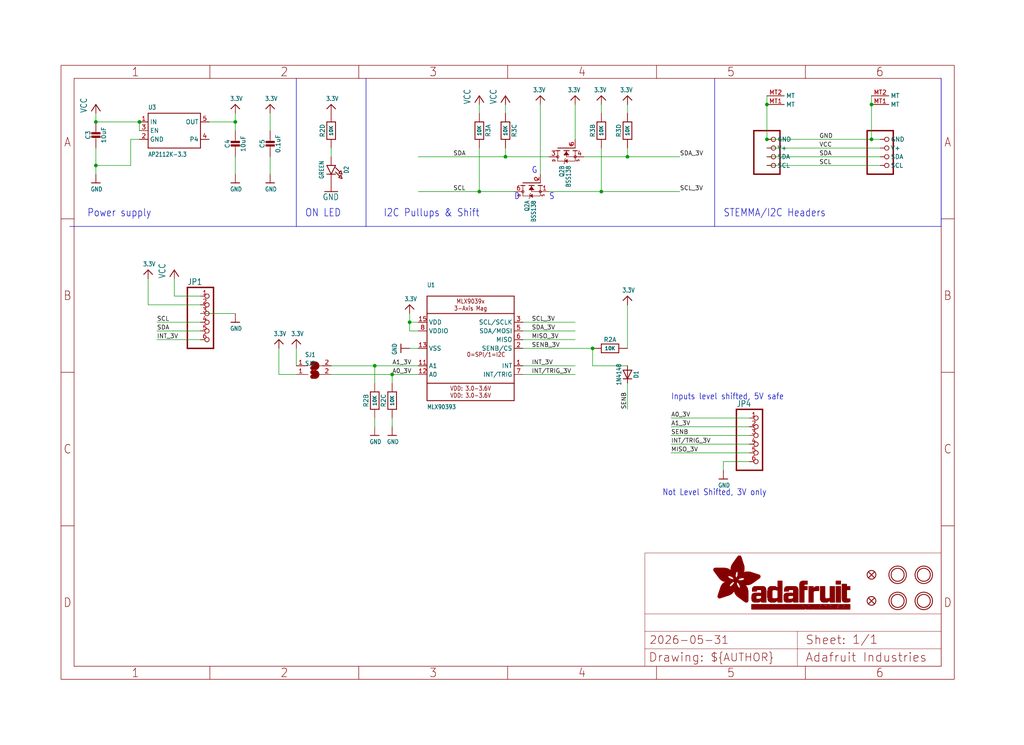
<source format=kicad_sch>
(kicad_sch (version 20230121) (generator eeschema)
  (paper "User" 298.45 217.322)
  (lib_symbols
    (symbol "working-eagle-import:3.3V" (power)
      (property "Value" "3.3V" (at -1.524 1.016 0))
      (symbol "3.3V_1_0"
        (pin power_in line (at 0 -2.54 90) (length 2.54) (name "3.3V") (number "1"))
      )
    )
    (symbol "working-eagle-import:CAP_CERAMIC0603_NO"
      (property "Reference" "C" (at -2.29 1.25 90))
      (symbol "CAP_CERAMIC0603_NO_1_0"
        (pin passive line (at 0 5.08 270) (length 2.54) (name "1") (number "1"))
        (pin passive line (at 0 -2.54 90) (length 2.54) (name "2") (number "2"))
      )
    )
    (symbol "working-eagle-import:CAP_CERAMIC0805-NOOUTLINE"
      (property "Reference" "C" (at -2.29 1.25 90))
      (symbol "CAP_CERAMIC0805-NOOUTLINE_1_0"
        (pin passive line (at 0 5.08 270) (length 2.54) (name "1") (number "1"))
        (pin passive line (at 0 -2.54 90) (length 2.54) (name "2") (number "2"))
      )
    )
    (symbol "working-eagle-import:DIODE_SOD323MINI"
      (property "Reference" "D" (at 0 2.54 0))
      (symbol "DIODE_SOD323MINI_1_0"
        (pin passive line (at -2.54 0 0) (length 2.54) (name "A") (number "A"))
        (pin passive line (at 2.54 0 180) (length 2.54) (name "C") (number "C"))
      )
    )
    (symbol "working-eagle-import:FIDUCIAL_1MM")
    (symbol "working-eagle-import:FRAME_A4_ADAFRUIT"
      (symbol "FRAME_A4_ADAFRUIT_1_0"
        (text "${#}/${##}" (at 230.505 10.16 0) (effects (font (size 2.54 2.54)) (justify left bottom)))
        (text "${AUTHOR}" (at 189.23 5.08 0) (effects (font (size 2.286 2.286)) (justify left bottom)))
        (text "${CURRENT_DATE}" (at 171.45 10.16 0) (effects (font (size 2.286 2.286)) (justify left bottom)))
        (text "${PROJECTNAME}" (at 171.45 15.24 0) (effects (font (size 2.54 2.54)) (justify left bottom)))
        (text "1" (at 21.6958 1.905 0) (effects (font (size 2.54 2.286))))
        (text "1" (at 21.6958 177.165 0) (effects (font (size 2.54 2.286))))
        (text "2" (at 65.0875 1.905 0) (effects (font (size 2.54 2.286))))
        (text "2" (at 65.0875 177.165 0) (effects (font (size 2.54 2.286))))
        (text "3" (at 108.4792 1.905 0) (effects (font (size 2.54 2.286))))
        (text "3" (at 108.4792 177.165 0) (effects (font (size 2.54 2.286))))
        (text "4" (at 151.8708 1.905 0) (effects (font (size 2.54 2.286))))
        (text "4" (at 151.8708 177.165 0) (effects (font (size 2.54 2.286))))
        (text "5" (at 195.2625 1.905 0) (effects (font (size 2.54 2.286))))
        (text "5" (at 195.2625 177.165 0) (effects (font (size 2.54 2.286))))
        (text "6" (at 238.6542 1.905 0) (effects (font (size 2.54 2.286))))
        (text "6" (at 238.6542 177.165 0) (effects (font (size 2.54 2.286))))
        (text "A" (at 1.905 156.6863 0) (effects (font (size 2.54 2.286))))
        (text "A" (at 258.445 156.6863 0) (effects (font (size 2.54 2.286))))
        (text "Adafruit Industries" (at 216.916 4.953 0) (effects (font (size 2.54 2.54)) (justify left bottom)))
        (text "B" (at 1.905 111.9188 0) (effects (font (size 2.54 2.286))))
        (text "B" (at 258.445 111.9188 0) (effects (font (size 2.54 2.286))))
        (text "C" (at 1.905 67.1513 0) (effects (font (size 2.54 2.286))))
        (text "C" (at 258.445 67.1513 0) (effects (font (size 2.54 2.286))))
        (text "D" (at 1.905 22.3838 0) (effects (font (size 2.54 2.286))))
        (text "D" (at 258.445 22.3838 0) (effects (font (size 2.54 2.286))))
        (text "Drawing:" (at 171.196 4.953 0) (effects (font (size 2.54 2.54)) (justify left bottom)))
        (text "Sheet:" (at 216.916 10.033 0) (effects (font (size 2.54 2.54)) (justify left bottom)))
      )
    )
    (symbol "working-eagle-import:GND" (power)
      (property "Value" "GND" (at -1.524 -2.54 0))
      (symbol "GND_1_0"
        (pin power_in line (at 0 2.54 270) (length 2.54) (name "GND") (number "1"))
      )
    )
    (symbol "working-eagle-import:HEADER-1X670MIL"
      (property "Reference" "JP" (at -6.35 10.795 0))
      (symbol "HEADER-1X670MIL_1_0"
        (pin passive inverted (at -2.54 7.62 0) (length 2.54) (name "1") (number "1"))
        (pin passive inverted (at -2.54 5.08 0) (length 2.54) (name "2") (number "2"))
        (pin passive inverted (at -2.54 2.54 0) (length 2.54) (name "3") (number "3"))
        (pin passive inverted (at -2.54 0 0) (length 2.54) (name "4") (number "4"))
        (pin passive inverted (at -2.54 -2.54 0) (length 2.54) (name "5") (number "5"))
        (pin passive inverted (at -2.54 -5.08 0) (length 2.54) (name "6") (number "6"))
      )
    )
    (symbol "working-eagle-import:LED0603_NOOUTLINE"
      (property "Reference" "D" (at -1.27 4.445 0))
      (symbol "LED0603_NOOUTLINE_1_0"
        (pin passive line (at -5.08 0 0) (length 2.54) (name "A") (number "A"))
        (pin passive line (at 2.54 0 180) (length 2.54) (name "C") (number "C"))
      )
    )
    (symbol "working-eagle-import:MLX90393"
      (property "Reference" "U" (at -12.7 17.78 0))
      (symbol "MLX90393_1_0"
        (text "0=SPI/1=I2C" (at 10.16 -2.54 0) (effects (font (size 1.27 1.0795)) (justify right bottom)))
        (text "MLX9039x\n3-Axis Mag" (at 0 12.7 0) (effects (font (size 1.27 1.0795))))
        (text "VDD: 3.0-3.6V\nVDD: 3.0-3.6V" (at 0 -12.7 0) (effects (font (size 1.27 1.0795))))
        (pin output line (at 15.24 -5.08 180) (length 2.54) (name "INT") (number "1"))
        (pin input line (at -15.24 -5.08 0) (length 2.54) (name "A1") (number "11"))
        (pin input line (at -15.24 -7.62 0) (length 2.54) (name "A0") (number "12"))
        (pin power_in line (at -15.24 0 0) (length 2.54) (name "VSS") (number "13"))
        (pin power_in line (at -15.24 7.62 0) (length 2.54) (name "VDD") (number "15"))
        (pin input line (at 15.24 0 180) (length 2.54) (name "SENB/CS") (number "2"))
        (pin input line (at 15.24 7.62 180) (length 2.54) (name "SCL/SCLK") (number "3"))
        (pin bidirectional line (at 15.24 5.08 180) (length 2.54) (name "SDA/MOSI") (number "5"))
        (pin output line (at 15.24 2.54 180) (length 2.54) (name "MISO") (number "6"))
        (pin bidirectional line (at 15.24 -7.62 180) (length 2.54) (name "INT/TRIG") (number "7"))
        (pin power_in line (at -15.24 5.08 0) (length 2.54) (name "VDDIO") (number "8"))
      )
    )
    (symbol "working-eagle-import:MOSFET-N_DUAL"
      (property "Reference" "Q" (at 5.08 0.635 0))
      (symbol "MOSFET-N_DUAL_1_0"
        (text "D" (at 3.175 3.175 0) (effects (font (size 0.8128 0.6908)) (justify left bottom)))
        (text "G" (at -1.27 -1.905 0) (effects (font (size 0.8128 0.6908)) (justify left bottom)))
        (text "S" (at 3.175 -3.81 0) (effects (font (size 0.8128 0.6908)) (justify left bottom)))
        (pin bidirectional line (at 2.54 -5.08 90) (length 2.54) (name "S") (number "1"))
        (pin bidirectional line (at -2.54 -2.54 0) (length 2.54) (name "G") (number "2"))
        (pin bidirectional line (at 2.54 5.08 270) (length 2.54) (name "D") (number "6"))
      )
      (symbol "MOSFET-N_DUAL_2_0"
        (text "D" (at 3.175 3.175 0) (effects (font (size 0.8128 0.6908)) (justify left bottom)))
        (text "G" (at -1.27 -1.905 0) (effects (font (size 0.8128 0.6908)) (justify left bottom)))
        (text "S" (at 3.175 -3.81 0) (effects (font (size 0.8128 0.6908)) (justify left bottom)))
        (pin bidirectional line (at 2.54 5.08 270) (length 2.54) (name "D") (number "3"))
        (pin bidirectional line (at 2.54 -5.08 90) (length 2.54) (name "S") (number "4"))
        (pin bidirectional line (at -2.54 -2.54 0) (length 2.54) (name "G") (number "5"))
      )
    )
    (symbol "working-eagle-import:MOUNTINGHOLE2.5")
    (symbol "working-eagle-import:RESISTOR_4PACK"
      (property "Reference" "R" (at 0 2.54 0))
      (symbol "RESISTOR_4PACK_1_0"
        (pin passive line (at -5.08 0 0) (length 2.54) (name "1") (number "1"))
        (pin passive line (at 5.08 0 180) (length 2.54) (name "2") (number "8"))
      )
      (symbol "RESISTOR_4PACK_2_0"
        (pin passive line (at -5.08 0 0) (length 2.54) (name "1") (number "2"))
        (pin passive line (at 5.08 0 180) (length 2.54) (name "2") (number "7"))
      )
      (symbol "RESISTOR_4PACK_3_0"
        (pin passive line (at -5.08 0 0) (length 2.54) (name "1") (number "3"))
        (pin passive line (at 5.08 0 180) (length 2.54) (name "2") (number "6"))
      )
      (symbol "RESISTOR_4PACK_4_0"
        (pin passive line (at -5.08 0 0) (length 2.54) (name "1") (number "4"))
        (pin passive line (at 5.08 0 180) (length 2.54) (name "2") (number "5"))
      )
    )
    (symbol "working-eagle-import:RESISTOR_4PACK_NO"
      (property "Reference" "R" (at 0 2.54 0))
      (symbol "RESISTOR_4PACK_NO_1_0"
        (pin passive line (at -5.08 0 0) (length 2.54) (name "1") (number "1"))
        (pin passive line (at 5.08 0 180) (length 2.54) (name "2") (number "8"))
      )
      (symbol "RESISTOR_4PACK_NO_2_0"
        (pin passive line (at -5.08 0 0) (length 2.54) (name "1") (number "2"))
        (pin passive line (at 5.08 0 180) (length 2.54) (name "2") (number "7"))
      )
      (symbol "RESISTOR_4PACK_NO_3_0"
        (pin passive line (at -5.08 0 0) (length 2.54) (name "1") (number "3"))
        (pin passive line (at 5.08 0 180) (length 2.54) (name "2") (number "6"))
      )
      (symbol "RESISTOR_4PACK_NO_4_0"
        (pin passive line (at -5.08 0 0) (length 2.54) (name "1") (number "4"))
        (pin passive line (at 5.08 0 180) (length 2.54) (name "2") (number "5"))
      )
    )
    (symbol "working-eagle-import:SOLDERJUMPER"
      (property "Reference" "SJ" (at -2.54 2.54 0))
      (symbol "SOLDERJUMPER_1_0"
        (pin passive line (at -5.08 0 0) (length 2.54) (name "1") (number "1"))
        (pin passive line (at 5.08 0 180) (length 2.54) (name "2") (number "2"))
      )
    )
    (symbol "working-eagle-import:STEMMA_I2C_QT"
      (symbol "STEMMA_I2C_QT_1_0"
        (pin passive inverted (at 0 5.08 0) (length 2.54) (name "GND") (number "1"))
        (pin passive inverted (at 0 2.54 0) (length 2.54) (name "V+") (number "2"))
        (pin passive inverted (at 0 0 0) (length 2.54) (name "SDA") (number "3"))
        (pin passive inverted (at 0 -2.54 0) (length 2.54) (name "SCL") (number "4"))
      )
      (symbol "STEMMA_I2C_QT_2_0"
        (pin bidirectional line (at 0 0 0) (length 5.08) (name "MT") (number "MT1"))
      )
      (symbol "STEMMA_I2C_QT_3_0"
        (pin bidirectional line (at 0 0 0) (length 5.08) (name "MT") (number "MT2"))
      )
    )
    (symbol "working-eagle-import:VCC" (power)
      (property "Value" "VCC" (at -2.54 -2.54 90))
      (symbol "VCC_1_0"
        (pin power_in line (at 0 -2.54 90) (length 2.54) (name "VCC") (number "1"))
      )
    )
    (symbol "working-eagle-import:VREG_SOT23-5"
      (property "Reference" "U" (at -7.62 6.096 0))
      (symbol "VREG_SOT23-5_1_0"
        (pin power_in line (at -10.16 2.54 0) (length 2.54) (name "IN") (number "1"))
        (pin power_in line (at -10.16 -2.54 0) (length 2.54) (name "GND") (number "2"))
        (pin input line (at -10.16 0 0) (length 2.54) (name "EN") (number "3"))
        (pin bidirectional line (at 10.16 -2.54 180) (length 2.54) (name "P4") (number "4"))
        (pin power_in line (at 10.16 2.54 180) (length 2.54) (name "OUT") (number "5"))
      )
    )
    (symbol "working-eagle-import:supply1_GND" (power)
      (property "Value" "supply1_GND" (at -2.54 -2.54 0))
      (symbol "supply1_GND_1_0"
        (pin power_in line (at 0 2.54 270) (length 2.54) (name "GND") (number "1"))
      )
    )
  )
  (junction (at 27.94 35.56))
  (junction (at 27.94 48.26))
  (junction (at 68.58 35.56))
  (junction (at 254 30.48))
  (junction (at 40.64 35.56))
  (junction (at 119.38 93.98))
  (junction (at 114.3 109.22))
  (junction (at 223.52 30.48))
  (junction (at 139.7 55.88))
  (junction (at 254 40.64))
  (junction (at 172.72 101.6))
  (junction (at 147.32 45.72))
  (junction (at 175.26 55.88))
  (junction (at 109.22 106.68))
  (junction (at 223.52 40.64))
  (junction (at 182.88 45.72))
  (polyline (pts (xy 20.32 66.04) (xy 86.36 66.04)) (stroke (width 0.1524) (type solid)))
  (wire (pts (xy 195.58 132.08) (xy 218.44 132.08)) (stroke (width 0.1524)))
  (wire (pts (xy 139.7 43.18) (xy 139.7 55.88)) (stroke (width 0.1524)))
  (wire (pts (xy 121.92 109.22) (xy 114.3 109.22)) (stroke (width 0.1524)))
  (polyline (pts (xy 208.28 66.04) (xy 274.32 66.04)) (stroke (width 0.1524) (type solid)))
  (wire (pts (xy 172.72 106.68) (xy 182.88 106.68)) (stroke (width 0.1524)))
  (wire (pts (xy 152.4 106.68) (xy 167.64 106.68)) (stroke (width 0.1524)))
  (polyline (pts (xy 86.36 66.04) (xy 106.68 66.04)) (stroke (width 0.1524) (type solid)))
  (wire (pts (xy 223.52 43.18) (xy 256.54 43.18)) (stroke (width 0.1524)))
  (wire (pts (xy 114.3 121.92) (xy 114.3 124.46)) (stroke (width 0.1524)))
  (wire (pts (xy 86.36 109.22) (xy 81.28 109.22)) (stroke (width 0.1524)))
  (wire (pts (xy 254 40.64) (xy 223.52 40.64)) (stroke (width 0.1524)))
  (wire (pts (xy 121.92 106.68) (xy 109.22 106.68)) (stroke (width 0.1524)))
  (wire (pts (xy 114.3 109.22) (xy 96.52 109.22)) (stroke (width 0.1524)))
  (wire (pts (xy 58.42 99.06) (xy 45.72 99.06)) (stroke (width 0.1524)))
  (wire (pts (xy 160.02 55.88) (xy 175.26 55.88)) (stroke (width 0.1524)))
  (polyline (pts (xy 106.68 22.86) (xy 106.68 66.04)) (stroke (width 0.1524) (type solid)))
  (wire (pts (xy 78.74 33.02) (xy 78.74 38.1)) (stroke (width 0.1524)))
  (wire (pts (xy 58.42 93.98) (xy 45.72 93.98)) (stroke (width 0.1524)))
  (wire (pts (xy 182.88 101.6) (xy 182.88 88.9)) (stroke (width 0.1524)))
  (wire (pts (xy 152.4 101.6) (xy 172.72 101.6)) (stroke (width 0.1524)))
  (wire (pts (xy 147.32 45.72) (xy 121.92 45.72)) (stroke (width 0.1524)))
  (wire (pts (xy 109.22 121.92) (xy 109.22 124.46)) (stroke (width 0.1524)))
  (wire (pts (xy 152.4 96.52) (xy 167.64 96.52)) (stroke (width 0.1524)))
  (wire (pts (xy 170.18 45.72) (xy 182.88 45.72)) (stroke (width 0.1524)))
  (wire (pts (xy 40.64 40.64) (xy 38.1 40.64)) (stroke (width 0.1524)))
  (wire (pts (xy 223.52 27.94) (xy 223.52 30.48)) (stroke (width 0.1524)))
  (wire (pts (xy 254 30.48) (xy 254 40.64)) (stroke (width 0.1524)))
  (wire (pts (xy 182.88 45.72) (xy 198.12 45.72)) (stroke (width 0.1524)))
  (wire (pts (xy 50.8 86.36) (xy 50.8 81.28)) (stroke (width 0.1524)))
  (wire (pts (xy 175.26 33.02) (xy 175.26 30.48)) (stroke (width 0.1524)))
  (wire (pts (xy 40.64 38.1) (xy 40.64 35.56)) (stroke (width 0.1524)))
  (wire (pts (xy 182.88 33.02) (xy 182.88 30.48)) (stroke (width 0.1524)))
  (wire (pts (xy 38.1 48.26) (xy 27.94 48.26)) (stroke (width 0.1524)))
  (wire (pts (xy 139.7 30.48) (xy 139.7 33.02)) (stroke (width 0.1524)))
  (wire (pts (xy 152.4 93.98) (xy 167.64 93.98)) (stroke (width 0.1524)))
  (wire (pts (xy 218.44 121.92) (xy 195.58 121.92)) (stroke (width 0.1524)))
  (polyline (pts (xy 86.36 22.86) (xy 86.36 66.04)) (stroke (width 0.1524) (type solid)))
  (wire (pts (xy 152.4 109.22) (xy 167.64 109.22)) (stroke (width 0.1524)))
  (wire (pts (xy 27.94 48.26) (xy 27.94 43.18)) (stroke (width 0.1524)))
  (wire (pts (xy 121.92 93.98) (xy 119.38 93.98)) (stroke (width 0.1524)))
  (wire (pts (xy 175.26 55.88) (xy 198.12 55.88)) (stroke (width 0.1524)))
  (polyline (pts (xy 208.28 22.86) (xy 208.28 66.04)) (stroke (width 0.1524) (type solid)))
  (wire (pts (xy 210.82 134.62) (xy 210.82 137.16)) (stroke (width 0.1524)))
  (wire (pts (xy 60.96 35.56) (xy 68.58 35.56)) (stroke (width 0.1524)))
  (wire (pts (xy 81.28 109.22) (xy 81.28 101.6)) (stroke (width 0.1524)))
  (wire (pts (xy 58.42 86.36) (xy 50.8 86.36)) (stroke (width 0.1524)))
  (wire (pts (xy 27.94 33.02) (xy 27.94 35.56)) (stroke (width 0.1524)))
  (wire (pts (xy 256.54 45.72) (xy 223.52 45.72)) (stroke (width 0.1524)))
  (wire (pts (xy 40.64 35.56) (xy 27.94 35.56)) (stroke (width 0.1524)))
  (wire (pts (xy 58.42 96.52) (xy 45.72 96.52)) (stroke (width 0.1524)))
  (wire (pts (xy 157.48 50.8) (xy 157.48 30.48)) (stroke (width 0.1524)))
  (wire (pts (xy 78.74 45.72) (xy 78.74 50.8)) (stroke (width 0.1524)))
  (wire (pts (xy 149.86 55.88) (xy 139.7 55.88)) (stroke (width 0.1524)))
  (wire (pts (xy 121.92 101.6) (xy 119.38 101.6)) (stroke (width 0.1524)))
  (wire (pts (xy 139.7 55.88) (xy 121.92 55.88)) (stroke (width 0.1524)))
  (wire (pts (xy 27.94 48.26) (xy 27.94 50.8)) (stroke (width 0.1524)))
  (wire (pts (xy 195.58 127) (xy 218.44 127)) (stroke (width 0.1524)))
  (wire (pts (xy 147.32 33.02) (xy 147.32 30.48)) (stroke (width 0.1524)))
  (wire (pts (xy 68.58 45.72) (xy 68.58 50.8)) (stroke (width 0.1524)))
  (wire (pts (xy 160.02 45.72) (xy 147.32 45.72)) (stroke (width 0.1524)))
  (wire (pts (xy 167.64 40.64) (xy 167.64 30.48)) (stroke (width 0.1524)))
  (wire (pts (xy 147.32 43.18) (xy 147.32 45.72)) (stroke (width 0.1524)))
  (wire (pts (xy 152.4 99.06) (xy 167.64 99.06)) (stroke (width 0.1524)))
  (wire (pts (xy 223.52 30.48) (xy 223.52 40.64)) (stroke (width 0.1524)))
  (wire (pts (xy 195.58 129.54) (xy 218.44 129.54)) (stroke (width 0.1524)))
  (wire (pts (xy 182.88 43.18) (xy 182.88 45.72)) (stroke (width 0.1524)))
  (wire (pts (xy 109.22 106.68) (xy 109.22 111.76)) (stroke (width 0.1524)))
  (wire (pts (xy 175.26 43.18) (xy 175.26 55.88)) (stroke (width 0.1524)))
  (wire (pts (xy 68.58 35.56) (xy 68.58 33.02)) (stroke (width 0.1524)))
  (wire (pts (xy 119.38 93.98) (xy 119.38 91.44)) (stroke (width 0.1524)))
  (wire (pts (xy 43.18 88.9) (xy 43.18 81.28)) (stroke (width 0.1524)))
  (wire (pts (xy 223.52 48.26) (xy 256.54 48.26)) (stroke (width 0.1524)))
  (wire (pts (xy 254 27.94) (xy 254 30.48)) (stroke (width 0.1524)))
  (wire (pts (xy 68.58 35.56) (xy 68.58 38.1)) (stroke (width 0.1524)))
  (polyline (pts (xy 106.68 66.04) (xy 208.28 66.04)) (stroke (width 0.1524) (type solid)))
  (wire (pts (xy 182.88 111.76) (xy 182.88 119.38)) (stroke (width 0.1524)))
  (wire (pts (xy 58.42 88.9) (xy 43.18 88.9)) (stroke (width 0.1524)))
  (wire (pts (xy 96.52 45.72) (xy 96.52 43.18)) (stroke (width 0.1524)))
  (wire (pts (xy 109.22 106.68) (xy 96.52 106.68)) (stroke (width 0.1524)))
  (wire (pts (xy 58.42 91.44) (xy 68.58 91.44)) (stroke (width 0.1524)))
  (wire (pts (xy 195.58 124.46) (xy 218.44 124.46)) (stroke (width 0.1524)))
  (wire (pts (xy 172.72 101.6) (xy 172.72 106.68)) (stroke (width 0.1524)))
  (wire (pts (xy 121.92 96.52) (xy 119.38 96.52)) (stroke (width 0.1524)))
  (polyline (pts (xy 274.32 22.86) (xy 274.32 66.04)) (stroke (width 0.1524) (type solid)))
  (wire (pts (xy 38.1 40.64) (xy 38.1 48.26)) (stroke (width 0.1524)))
  (wire (pts (xy 86.36 101.6) (xy 86.36 106.68)) (stroke (width 0.1524)))
  (wire (pts (xy 218.44 134.62) (xy 210.82 134.62)) (stroke (width 0.1524)))
  (wire (pts (xy 114.3 109.22) (xy 114.3 111.76)) (stroke (width 0.1524)))
  (wire (pts (xy 119.38 96.52) (xy 119.38 93.98)) (stroke (width 0.1524)))
  (wire (pts (xy 256.54 40.64) (xy 254 40.64)) (stroke (width 0.1524)))
  (text "Inputs level shifted, 5V safe~{}" (at 195.58 116.84 0) (effects (font (size 1.778 1.5113)) (justify left bottom)))
  (text "STEMMA/I2C Headers" (at 210.82 63.5 0) (effects (font (size 2.1844 1.8567)) (justify left bottom)))
  (text "D" (at 149.86 58.42 0) (effects (font (size 1.778 1.5113)) (justify left bottom)))
  (text "G" (at 154.94 50.8 0) (effects (font (size 1.778 1.5113)) (justify left bottom)))
  (text "Power supply" (at 25.4 63.5 0) (effects (font (size 2.1844 1.8567)) (justify left bottom)))
  (text "I2C Pullups & Shift" (at 111.76 63.5 0) (effects (font (size 2.1844 1.8567)) (justify left bottom)))
  (text "S" (at 160.02 58.42 0) (effects (font (size 1.778 1.5113)) (justify left bottom)))
  (text "Not Level Shifted, 3V only~{}" (at 193.04 144.78 0) (effects (font (size 1.778 1.5113)) (justify left bottom)))
  (text "ON LED" (at 88.9 63.5 0) (effects (font (size 2.1844 1.8567)) (justify left bottom)))
  (label "SCL" (at 45.72 93.98 0) (effects (font (size 1.2446 1.2446))))
  (label "SCL_3V" (at 198.12 55.88 0) (effects (font (size 1.2446 1.2446))))
  (label "SDA_3V" (at 198.12 45.72 0) (effects (font (size 1.2446 1.2446))))
  (label "SDA" (at 238.76 45.72 0) (effects (font (size 1.2446 1.2446))))
  (label "INT_3V" (at 154.94 106.68 0) (effects (font (size 1.2446 1.2446))))
  (label "SDA_3V" (at 154.94 96.52 0) (effects (font (size 1.2446 1.2446))))
  (label "INT/TRIG_3V" (at 154.94 109.22 0) (effects (font (size 1.2446 1.2446))))
  (label "MISO_3V" (at 195.58 132.08 0) (effects (font (size 1.2446 1.2446))))
  (label "VCC" (at 238.76 43.18 0) (effects (font (size 1.2446 1.2446))))
  (label "SCL" (at 238.76 48.26 0) (effects (font (size 1.2446 1.2446))))
  (label "SCL_3V" (at 154.94 93.98 0) (effects (font (size 1.2446 1.2446))))
  (label "GND" (at 238.76 40.64 0) (effects (font (size 1.2446 1.2446))))
  (label "A1_3V" (at 114.3 106.68 0) (effects (font (size 1.2446 1.2446))))
  (label "A0_3V" (at 195.58 121.92 0) (effects (font (size 1.2446 1.2446))))
  (label "SENB_3V" (at 154.94 101.6 0) (effects (font (size 1.2446 1.2446))))
  (label "SENB" (at 195.58 127 0) (effects (font (size 1.2446 1.2446))))
  (label "INT_3V" (at 45.72 99.06 0) (effects (font (size 1.2446 1.2446))))
  (label "MISO_3V" (at 154.94 99.06 0) (effects (font (size 1.2446 1.2446))))
  (label "SENB" (at 182.88 119.38 90) (effects (font (size 1.2446 1.2446))))
  (label "A0_3V" (at 114.3 109.22 0) (effects (font (size 1.2446 1.2446))))
  (label "INT/TRIG_3V" (at 195.58 129.54 0) (effects (font (size 1.2446 1.2446))))
  (label "A1_3V" (at 195.58 124.46 0) (effects (font (size 1.2446 1.2446))))
  (label "SDA" (at 132.08 45.72 0) (effects (font (size 1.2446 1.2446))))
  (label "SDA" (at 45.72 96.52 0) (effects (font (size 1.2446 1.2446))))
  (label "SCL" (at 132.08 55.88 0) (effects (font (size 1.2446 1.2446))))
  (symbol (lib_id "working-eagle-import:STEMMA_I2C_QT") (at 254 27.94 0) (unit 3)
    (property "Reference" "CONN4" (effects hide))
    (property "Value" "STEMMA_I2C_QT" (effects hide))
    (property "Footprint" "working:JST_SH4" (effects hide))
  )
  (symbol (lib_id "working-eagle-import:MOUNTINGHOLE2.5") (at 269.24 175.26 0) (unit 1)
    (property "Reference" "U$37" (effects hide))
    (property "Value" "MOUNTINGHOLE2.5" (effects hide))
    (property "Footprint" "working:MOUNTINGHOLE_2.5_PLATED" (effects hide))
  )
  (symbol (lib_id "working-eagle-import:3.3V") (at 175.26 27.94 0) (mirror y) (unit 1)
    (property "Reference" "#U$29" (effects hide))
    (property "Value" "3.3V" (at 176.784 26.924 0) (effects (font (size 1.27 1.0795)) (justify left bottom)))
  )
  (symbol (lib_id "working-eagle-import:MOSFET-N_DUAL") (at 154.94 53.34 90) (mirror x) (unit 1)
    (property "Reference" "Q2" (at 154.305 58.42 0) (effects (font (size 1.27 1.0795)) (justify left bottom)))
    (property "Value" "BSS138" (at 156.21 58.42 0) (effects (font (size 1.27 1.0795)) (justify left bottom)))
    (property "Footprint" "working:SOT363" (effects hide))
  )
  (symbol (lib_id "working-eagle-import:3.3V") (at 167.64 27.94 0) (mirror y) (unit 1)
    (property "Reference" "#U$31" (effects hide))
    (property "Value" "3.3V" (at 169.164 26.924 0) (effects (font (size 1.27 1.0795)) (justify left bottom)))
  )
  (symbol (lib_id "working-eagle-import:RESISTOR_4PACK_NO") (at 177.8 101.6 0) (unit 1)
    (property "Reference" "R2" (at 177.8 99.06 0))
    (property "Value" "10K" (at 177.8 101.6 0) (effects (font (size 1.016 1.016) bold)))
    (property "Footprint" "working:RESPACK_4X0603_NO" (effects hide))
  )
  (symbol (lib_id "working-eagle-import:3.3V") (at 81.28 99.06 0) (unit 1)
    (property "Reference" "#U$7" (effects hide))
    (property "Value" "3.3V" (at 79.756 98.044 0) (effects (font (size 1.27 1.0795)) (justify left bottom)))
  )
  (symbol (lib_id "working-eagle-import:VCC") (at 139.7 27.94 0) (unit 1)
    (property "Reference" "#P+1" (effects hide))
    (property "Value" "VCC" (at 137.16 30.48 90) (effects (font (size 1.778 1.5113)) (justify left bottom)))
  )
  (symbol (lib_id "working-eagle-import:GND") (at 68.58 93.98 0) (unit 1)
    (property "Reference" "#U$25" (effects hide))
    (property "Value" "GND" (at 67.056 96.52 0) (effects (font (size 1.27 1.0795)) (justify left bottom)))
  )
  (symbol (lib_id "working-eagle-import:SOLDERJUMPER") (at 91.44 106.68 0) (unit 1)
    (property "Reference" "SJ1" (at 88.9 104.14 0) (effects (font (size 1.27 1.0795)) (justify left bottom)))
    (property "Value" "SOLDERJUMPER" (effects hide))
    (property "Footprint" "working:SOLDERJUMPER_ARROW_NOPASTE" (effects hide))
  )
  (symbol (lib_id "working-eagle-import:GND") (at 27.94 53.34 0) (unit 1)
    (property "Reference" "#U$20" (effects hide))
    (property "Value" "GND" (at 26.416 55.88 0) (effects (font (size 1.27 1.0795)) (justify left bottom)))
  )
  (symbol (lib_id "working-eagle-import:3.3V") (at 86.36 99.06 0) (unit 1)
    (property "Reference" "#U$3" (effects hide))
    (property "Value" "3.3V" (at 84.836 98.044 0) (effects (font (size 1.27 1.0795)) (justify left bottom)))
  )
  (symbol (lib_id "working-eagle-import:CAP_CERAMIC0805-NOOUTLINE") (at 68.58 43.18 0) (unit 1)
    (property "Reference" "C4" (at 66.29 41.93 90))
    (property "Value" "10uF" (at 70.88 41.93 90))
    (property "Footprint" "working:0805-NO" (effects hide))
  )
  (symbol (lib_id "working-eagle-import:MOUNTINGHOLE2.5") (at 269.24 167.64 0) (unit 1)
    (property "Reference" "U$36" (effects hide))
    (property "Value" "MOUNTINGHOLE2.5" (effects hide))
    (property "Footprint" "working:MOUNTINGHOLE_2.5_PLATED" (effects hide))
  )
  (symbol (lib_id "working-eagle-import:GND") (at 68.58 53.34 0) (unit 1)
    (property "Reference" "#U$22" (effects hide))
    (property "Value" "GND" (at 67.056 55.88 0) (effects (font (size 1.27 1.0795)) (justify left bottom)))
  )
  (symbol (lib_id "working-eagle-import:3.3V") (at 182.88 86.36 0) (unit 1)
    (property "Reference" "#U$4" (effects hide))
    (property "Value" "3.3V" (at 181.356 85.344 0) (effects (font (size 1.27 1.0795)) (justify left bottom)))
  )
  (symbol (lib_id "working-eagle-import:STEMMA_I2C_QT") (at 256.54 45.72 0) (unit 1)
    (property "Reference" "CONN4" (effects hide))
    (property "Value" "STEMMA_I2C_QT" (effects hide))
    (property "Footprint" "working:JST_SH4" (effects hide))
  )
  (symbol (lib_id "working-eagle-import:STEMMA_I2C_QT") (at 223.52 30.48 0) (unit 2)
    (property "Reference" "CONN3" (effects hide))
    (property "Value" "STEMMA_I2C_QT" (effects hide))
    (property "Footprint" "working:JST_SH4" (effects hide))
  )
  (symbol (lib_id "working-eagle-import:3.3V") (at 96.52 30.48 0) (unit 1)
    (property "Reference" "#U$38" (effects hide))
    (property "Value" "3.3V" (at 94.996 29.464 0) (effects (font (size 1.27 1.0795)) (justify left bottom)))
  )
  (symbol (lib_id "working-eagle-import:STEMMA_I2C_QT") (at 254 30.48 0) (unit 2)
    (property "Reference" "CONN4" (effects hide))
    (property "Value" "STEMMA_I2C_QT" (effects hide))
    (property "Footprint" "working:JST_SH4" (effects hide))
  )
  (symbol (lib_id "working-eagle-import:VCC") (at 50.8 78.74 0) (unit 1)
    (property "Reference" "#P+4" (effects hide))
    (property "Value" "VCC" (at 48.26 81.28 90) (effects (font (size 1.778 1.5113)) (justify left bottom)))
  )
  (symbol (lib_id "working-eagle-import:VCC") (at 147.32 27.94 0) (unit 1)
    (property "Reference" "#P+2" (effects hide))
    (property "Value" "VCC" (at 144.78 30.48 90) (effects (font (size 1.778 1.5113)) (justify left bottom)))
  )
  (symbol (lib_id "working-eagle-import:DIODE_SOD323MINI") (at 182.88 109.22 270) (unit 1)
    (property "Reference" "D1" (at 185.42 109.22 0) (effects (font (size 1.27 1.0795))))
    (property "Value" "1N4148" (at 180.38 109.22 0) (effects (font (size 1.27 1.0795))))
    (property "Footprint" "working:SOD-323_MINI" (effects hide))
  )
  (symbol (lib_id "working-eagle-import:RESISTOR_4PACK") (at 182.88 38.1 90) (mirror x) (unit 4)
    (property "Reference" "R3" (at 180.34 38.1 0))
    (property "Value" "10K" (at 182.88 38.1 0) (effects (font (size 1.016 1.016) bold)))
    (property "Footprint" "working:RESPACK_4X0603" (effects hide))
  )
  (symbol (lib_id "working-eagle-import:CAP_CERAMIC0805-NOOUTLINE") (at 27.94 40.64 0) (unit 1)
    (property "Reference" "C3" (at 25.65 39.39 90))
    (property "Value" "10uF" (at 30.24 39.39 90))
    (property "Footprint" "working:0805-NO" (effects hide))
  )
  (symbol (lib_id "working-eagle-import:VREG_SOT23-5") (at 50.8 38.1 0) (unit 1)
    (property "Reference" "U3" (at 43.18 32.004 0) (effects (font (size 1.27 1.0795)) (justify left bottom)))
    (property "Value" "AP2112K-3.3" (at 43.18 45.72 0) (effects (font (size 1.27 1.0795)) (justify left bottom)))
    (property "Footprint" "working:SOT23-5" (effects hide))
  )
  (symbol (lib_id "working-eagle-import:STEMMA_I2C_QT") (at 223.52 45.72 0) (unit 1)
    (property "Reference" "CONN3" (effects hide))
    (property "Value" "STEMMA_I2C_QT" (effects hide))
    (property "Footprint" "working:JST_SH4" (effects hide))
  )
  (symbol (lib_id "working-eagle-import:FIDUCIAL_1MM") (at 254 167.64 0) (unit 1)
    (property "Reference" "FID4" (effects hide))
    (property "Value" "FIDUCIAL_1MM" (effects hide))
    (property "Footprint" "working:FIDUCIAL_1MM" (effects hide))
  )
  (symbol (lib_id "working-eagle-import:RESISTOR_4PACK_NO") (at 114.3 116.84 90) (unit 3)
    (property "Reference" "R2" (at 111.76 116.84 0))
    (property "Value" "10K" (at 114.3 116.84 0) (effects (font (size 1.016 1.016) bold)))
    (property "Footprint" "working:RESPACK_4X0603_NO" (effects hide))
  )
  (symbol (lib_id "working-eagle-import:RESISTOR_4PACK") (at 139.7 38.1 270) (unit 1)
    (property "Reference" "R3" (at 142.24 38.1 0))
    (property "Value" "10K" (at 139.7 38.1 0) (effects (font (size 1.016 1.016) bold)))
    (property "Footprint" "working:RESPACK_4X0603" (effects hide))
  )
  (symbol (lib_id "working-eagle-import:MOSFET-N_DUAL") (at 165.1 43.18 90) (mirror x) (unit 2)
    (property "Reference" "Q2" (at 164.465 48.26 0) (effects (font (size 1.27 1.0795)) (justify left bottom)))
    (property "Value" "BSS138" (at 166.37 48.26 0) (effects (font (size 1.27 1.0795)) (justify left bottom)))
    (property "Footprint" "working:SOT363" (effects hide))
  )
  (symbol (lib_id "working-eagle-import:3.3V") (at 43.18 78.74 0) (unit 1)
    (property "Reference" "#U$32" (effects hide))
    (property "Value" "3.3V" (at 41.656 77.724 0) (effects (font (size 1.27 1.0795)) (justify left bottom)))
  )
  (symbol (lib_id "working-eagle-import:RESISTOR_4PACK_NO") (at 96.52 38.1 90) (unit 4)
    (property "Reference" "R2" (at 93.98 38.1 0))
    (property "Value" "10K" (at 96.52 38.1 0) (effects (font (size 1.016 1.016) bold)))
    (property "Footprint" "working:RESPACK_4X0603_NO" (effects hide))
  )
  (symbol (lib_id "working-eagle-import:3.3V") (at 78.74 30.48 0) (unit 1)
    (property "Reference" "#U$26" (effects hide))
    (property "Value" "3.3V" (at 77.216 29.464 0) (effects (font (size 1.27 1.0795)) (justify left bottom)))
  )
  (symbol (lib_id "working-eagle-import:3.3V") (at 182.88 27.94 0) (mirror y) (unit 1)
    (property "Reference" "#U$28" (effects hide))
    (property "Value" "3.3V" (at 184.404 26.924 0) (effects (font (size 1.27 1.0795)) (justify left bottom)))
  )
  (symbol (lib_id "working-eagle-import:RESISTOR_4PACK_NO") (at 109.22 116.84 90) (unit 2)
    (property "Reference" "R2" (at 106.68 116.84 0))
    (property "Value" "10K" (at 109.22 116.84 0) (effects (font (size 1.016 1.016) bold)))
    (property "Footprint" "working:RESPACK_4X0603_NO" (effects hide))
  )
  (symbol (lib_id "working-eagle-import:3.3V") (at 157.48 27.94 0) (mirror y) (unit 1)
    (property "Reference" "#U$30" (effects hide))
    (property "Value" "3.3V" (at 159.004 26.924 0) (effects (font (size 1.27 1.0795)) (justify left bottom)))
  )
  (symbol (lib_id "working-eagle-import:RESISTOR_4PACK") (at 147.32 38.1 270) (unit 3)
    (property "Reference" "R3" (at 149.86 38.1 0))
    (property "Value" "10K" (at 147.32 38.1 0) (effects (font (size 1.016 1.016) bold)))
    (property "Footprint" "working:RESPACK_4X0603" (effects hide))
  )
  (symbol (lib_id "working-eagle-import:MOUNTINGHOLE2.5") (at 261.62 167.64 0) (unit 1)
    (property "Reference" "U$34" (effects hide))
    (property "Value" "MOUNTINGHOLE2.5" (effects hide))
    (property "Footprint" "working:MOUNTINGHOLE_2.5_PLATED" (effects hide))
  )
  (symbol (lib_id "working-eagle-import:MOUNTINGHOLE2.5") (at 261.62 175.26 0) (unit 1)
    (property "Reference" "U$33" (effects hide))
    (property "Value" "MOUNTINGHOLE2.5" (effects hide))
    (property "Footprint" "working:MOUNTINGHOLE_2.5_PLATED" (effects hide))
  )
  (symbol (lib_id "working-eagle-import:GND") (at 114.3 127 0) (unit 1)
    (property "Reference" "#U$1" (effects hide))
    (property "Value" "GND" (at 112.776 129.54 0) (effects (font (size 1.27 1.0795)) (justify left bottom)))
  )
  (symbol (lib_id "working-eagle-import:supply1_GND") (at 96.52 55.88 0) (unit 1)
    (property "Reference" "#GND6" (effects hide))
    (property "Value" "GND" (at 93.98 58.42 0) (effects (font (size 1.778 1.5113)) (justify left bottom)))
  )
  (symbol (lib_id "working-eagle-import:3.3V") (at 68.58 30.48 0) (unit 1)
    (property "Reference" "#U$27" (effects hide))
    (property "Value" "3.3V" (at 67.056 29.464 0) (effects (font (size 1.27 1.0795)) (justify left bottom)))
  )
  (symbol (lib_id "working-eagle-import:GND") (at 210.82 139.7 0) (unit 1)
    (property "Reference" "#U$15" (effects hide))
    (property "Value" "GND" (at 209.296 142.24 0) (effects (font (size 1.27 1.0795)) (justify left bottom)))
  )
  (symbol (lib_id "working-eagle-import:3.3V") (at 119.38 88.9 0) (unit 1)
    (property "Reference" "#U$5" (effects hide))
    (property "Value" "3.3V" (at 117.856 87.884 0) (effects (font (size 1.27 1.0795)) (justify left bottom)))
  )
  (symbol (lib_id "working-eagle-import:FIDUCIAL_1MM") (at 254 175.26 0) (unit 1)
    (property "Reference" "FID2" (effects hide))
    (property "Value" "FIDUCIAL_1MM" (effects hide))
    (property "Footprint" "working:FIDUCIAL_1MM" (effects hide))
  )
  (symbol (lib_id "working-eagle-import:GND") (at 109.22 127 0) (unit 1)
    (property "Reference" "#U$2" (effects hide))
    (property "Value" "GND" (at 107.696 129.54 0) (effects (font (size 1.27 1.0795)) (justify left bottom)))
  )
  (symbol (lib_id "working-eagle-import:LED0603_NOOUTLINE") (at 96.52 50.8 270) (unit 1)
    (property "Reference" "D2" (at 100.965 49.53 0) (effects (font (size 1.27 1.0795))))
    (property "Value" "GREEN" (at 93.726 49.53 0) (effects (font (size 1.27 1.0795))))
    (property "Footprint" "working:CHIPLED_0603_NOOUTLINE" (effects hide))
  )
  (symbol (lib_id "working-eagle-import:HEADER-1X670MIL") (at 60.96 93.98 0) (unit 1)
    (property "Reference" "JP1" (at 54.61 83.185 0) (effects (font (size 1.778 1.5113)) (justify left bottom)))
    (property "Value" "HEADER-1X670MIL" (effects hide))
    (property "Footprint" "working:1X06_ROUND_70" (effects hide))
  )
  (symbol (lib_id "working-eagle-import:STEMMA_I2C_QT") (at 223.52 27.94 0) (unit 3)
    (property "Reference" "CONN3" (effects hide))
    (property "Value" "STEMMA_I2C_QT" (effects hide))
    (property "Footprint" "working:JST_SH4" (effects hide))
  )
  (symbol (lib_id "working-eagle-import:MLX90393") (at 137.16 101.6 0) (unit 1)
    (property "Reference" "U1" (at 124.46 83.82 0) (effects (font (size 1.27 1.0795)) (justify left bottom)))
    (property "Value" "MLX90393" (at 124.46 119.38 0) (effects (font (size 1.27 1.0795)) (justify left bottom)))
    (property "Footprint" "working:QFN16_3MM" (effects hide))
  )
  (symbol (lib_id "working-eagle-import:GND") (at 116.84 101.6 270) (unit 1)
    (property "Reference" "#U$6" (effects hide))
    (property "Value" "GND" (at 114.3 100.076 0) (effects (font (size 1.27 1.0795)) (justify left bottom)))
  )
  (symbol (lib_id "working-eagle-import:HEADER-1X670MIL") (at 220.98 129.54 0) (unit 1)
    (property "Reference" "JP4" (at 214.63 118.745 0) (effects (font (size 1.778 1.5113)) (justify left bottom)))
    (property "Value" "HEADER-1X670MIL" (effects hide))
    (property "Footprint" "working:1X06_ROUND_70" (effects hide))
  )
  (symbol (lib_id "working-eagle-import:VCC") (at 27.94 30.48 0) (unit 1)
    (property "Reference" "#P+3" (effects hide))
    (property "Value" "VCC" (at 25.4 33.02 90) (effects (font (size 1.778 1.5113)) (justify left bottom)))
  )
  (symbol (lib_id "working-eagle-import:FRAME_A4_ADAFRUIT") (at 17.78 198.12 0) (unit 1)
    (property "Reference" "#U$35" (effects hide))
    (property "Value" "FRAME_A4_ADAFRUIT" (effects hide))
  )
  (symbol (lib_id "working-eagle-import:CAP_CERAMIC0603_NO") (at 78.74 43.18 0) (unit 1)
    (property "Reference" "C5" (at 76.45 41.93 90))
    (property "Value" "0.1uF" (at 81.04 41.93 90))
    (property "Footprint" "working:0603-NO" (effects hide))
  )
  (symbol (lib_id "working-eagle-import:SOLDERJUMPER") (at 91.44 109.22 0) (unit 1)
    (property "Reference" "SJ2" (at 88.9 106.68 0) (effects (font (size 1.27 1.0795)) (justify left bottom)))
    (property "Value" "SOLDERJUMPER" (effects hide))
    (property "Footprint" "working:SOLDERJUMPER_ARROW_NOPASTE" (effects hide))
  )
  (symbol (lib_id "working-eagle-import:GND") (at 78.74 53.34 0) (unit 1)
    (property "Reference" "#U$24" (effects hide))
    (property "Value" "GND" (at 77.216 55.88 0) (effects (font (size 1.27 1.0795)) (justify left bottom)))
  )
  (symbol (lib_id "working-eagle-import:RESISTOR_4PACK") (at 175.26 38.1 90) (mirror x) (unit 2)
    (property "Reference" "R3" (at 172.72 38.1 0))
    (property "Value" "10K" (at 175.26 38.1 0) (effects (font (size 1.016 1.016) bold)))
    (property "Footprint" "working:RESPACK_4X0603" (effects hide))
  )
)
</source>
